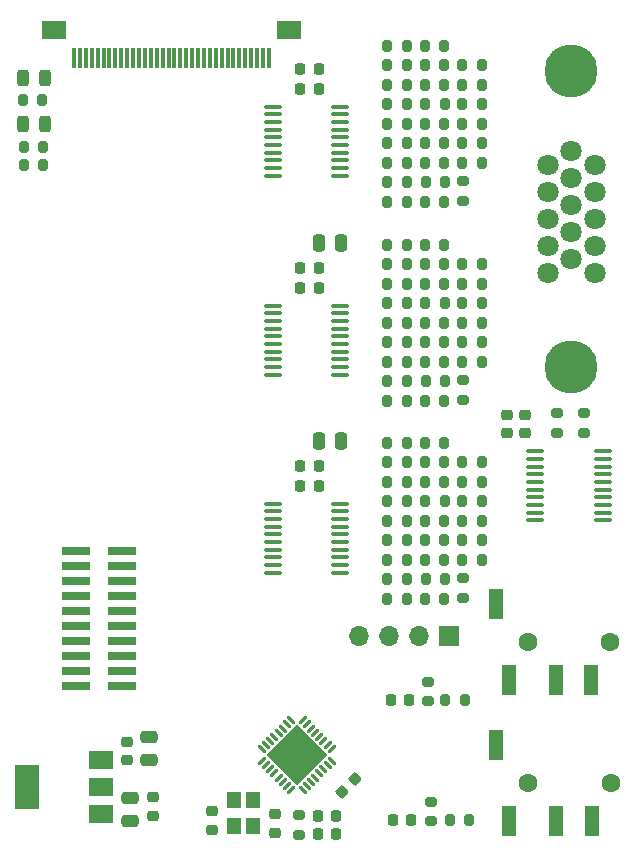
<source format=gts>
G04 #@! TF.GenerationSoftware,KiCad,Pcbnew,7.0.9-7.0.9~ubuntu22.04.1*
G04 #@! TF.CreationDate,2023-12-05T21:20:48+02:00*
G04 #@! TF.ProjectId,iCE40HX-expansion,69434534-3048-4582-9d65-7870616e7369,rev?*
G04 #@! TF.SameCoordinates,Original*
G04 #@! TF.FileFunction,Soldermask,Top*
G04 #@! TF.FilePolarity,Negative*
%FSLAX46Y46*%
G04 Gerber Fmt 4.6, Leading zero omitted, Abs format (unit mm)*
G04 Created by KiCad (PCBNEW 7.0.9-7.0.9~ubuntu22.04.1) date 2023-12-05 21:20:48*
%MOMM*%
%LPD*%
G01*
G04 APERTURE LIST*
G04 Aperture macros list*
%AMRoundRect*
0 Rectangle with rounded corners*
0 $1 Rounding radius*
0 $2 $3 $4 $5 $6 $7 $8 $9 X,Y pos of 4 corners*
0 Add a 4 corners polygon primitive as box body*
4,1,4,$2,$3,$4,$5,$6,$7,$8,$9,$2,$3,0*
0 Add four circle primitives for the rounded corners*
1,1,$1+$1,$2,$3*
1,1,$1+$1,$4,$5*
1,1,$1+$1,$6,$7*
1,1,$1+$1,$8,$9*
0 Add four rect primitives between the rounded corners*
20,1,$1+$1,$2,$3,$4,$5,0*
20,1,$1+$1,$4,$5,$6,$7,0*
20,1,$1+$1,$6,$7,$8,$9,0*
20,1,$1+$1,$8,$9,$2,$3,0*%
%AMRotRect*
0 Rectangle, with rotation*
0 The origin of the aperture is its center*
0 $1 length*
0 $2 width*
0 $3 Rotation angle, in degrees counterclockwise*
0 Add horizontal line*
21,1,$1,$2,0,0,$3*%
G04 Aperture macros list end*
%ADD10C,1.800000*%
%ADD11C,4.500000*%
%ADD12R,0.300000X1.800000*%
%ADD13R,2.000000X1.500000*%
%ADD14C,1.600000*%
%ADD15R,1.200000X2.500000*%
%ADD16RoundRect,0.225000X0.225000X0.250000X-0.225000X0.250000X-0.225000X-0.250000X0.225000X-0.250000X0*%
%ADD17RoundRect,0.100000X-0.637500X-0.100000X0.637500X-0.100000X0.637500X0.100000X-0.637500X0.100000X0*%
%ADD18RoundRect,0.200000X0.200000X0.275000X-0.200000X0.275000X-0.200000X-0.275000X0.200000X-0.275000X0*%
%ADD19RoundRect,0.200000X0.275000X-0.200000X0.275000X0.200000X-0.275000X0.200000X-0.275000X-0.200000X0*%
%ADD20RoundRect,0.200000X-0.200000X-0.275000X0.200000X-0.275000X0.200000X0.275000X-0.200000X0.275000X0*%
%ADD21RoundRect,0.243750X-0.243750X-0.456250X0.243750X-0.456250X0.243750X0.456250X-0.243750X0.456250X0*%
%ADD22RoundRect,0.200000X-0.275000X0.200000X-0.275000X-0.200000X0.275000X-0.200000X0.275000X0.200000X0*%
%ADD23RoundRect,0.225000X-0.250000X0.225000X-0.250000X-0.225000X0.250000X-0.225000X0.250000X0.225000X0*%
%ADD24RoundRect,0.225000X-0.017678X0.335876X-0.335876X0.017678X0.017678X-0.335876X0.335876X-0.017678X0*%
%ADD25RoundRect,0.225000X0.250000X-0.225000X0.250000X0.225000X-0.250000X0.225000X-0.250000X-0.225000X0*%
%ADD26RoundRect,0.225000X-0.225000X-0.250000X0.225000X-0.250000X0.225000X0.250000X-0.225000X0.250000X0*%
%ADD27R,1.200000X1.400000*%
%ADD28R,2.000000X3.800000*%
%ADD29RoundRect,0.250000X-0.250000X-0.475000X0.250000X-0.475000X0.250000X0.475000X-0.250000X0.475000X0*%
%ADD30RoundRect,0.062500X-0.309359X0.220971X0.220971X-0.309359X0.309359X-0.220971X-0.220971X0.309359X0*%
%ADD31RoundRect,0.062500X-0.309359X-0.220971X-0.220971X-0.309359X0.309359X0.220971X0.220971X0.309359X0*%
%ADD32RotRect,3.600000X3.600000X315.000000*%
%ADD33R,2.400000X0.740000*%
%ADD34RoundRect,0.250000X0.475000X-0.250000X0.475000X0.250000X-0.475000X0.250000X-0.475000X-0.250000X0*%
%ADD35R,1.700000X1.700000*%
%ADD36O,1.700000X1.700000*%
%ADD37RoundRect,0.250000X-0.475000X0.250000X-0.475000X-0.250000X0.475000X-0.250000X0.475000X0.250000X0*%
G04 APERTURE END LIST*
D10*
X149860000Y-64504000D03*
X149860000Y-66794000D03*
X149860000Y-69084000D03*
X149860000Y-71374000D03*
X149860000Y-73664000D03*
X151840000Y-63354000D03*
X151840000Y-65644000D03*
X151840000Y-67934000D03*
X151840000Y-70224000D03*
X151840000Y-72514000D03*
X153820000Y-64504000D03*
X153820000Y-66794000D03*
X153820000Y-69084000D03*
X153820000Y-71374000D03*
X153820000Y-73664000D03*
D11*
X151840000Y-81584000D03*
X151840000Y-56584000D03*
D12*
X109753000Y-55498500D03*
X110253000Y-55498500D03*
X110753000Y-55498500D03*
X111253000Y-55498500D03*
X111753000Y-55498500D03*
X112253000Y-55498500D03*
X112753000Y-55498500D03*
X113253000Y-55498500D03*
X113753000Y-55498500D03*
X114253000Y-55498500D03*
X114753000Y-55498500D03*
X115253000Y-55498500D03*
X115753000Y-55498500D03*
X116253000Y-55498500D03*
X116753000Y-55498500D03*
X117253000Y-55498500D03*
X117753000Y-55498500D03*
X118253000Y-55498500D03*
X118753000Y-55498500D03*
X119253000Y-55498500D03*
X119753000Y-55498500D03*
X120253000Y-55498500D03*
X120753000Y-55498500D03*
X121253000Y-55498500D03*
X121753000Y-55498500D03*
X122253000Y-55498500D03*
X122753000Y-55498500D03*
X123253000Y-55498500D03*
X123753000Y-55498500D03*
X124253000Y-55498500D03*
X124753000Y-55498500D03*
X125253000Y-55498500D03*
X125753000Y-55498500D03*
X126253000Y-55498500D03*
D13*
X127953000Y-53058500D03*
X108053000Y-53058500D03*
D14*
X148158000Y-104902000D03*
X155158000Y-104902000D03*
D15*
X150558000Y-108152000D03*
X153558000Y-108152000D03*
X145458000Y-101652000D03*
X146558000Y-108152000D03*
D14*
X148194000Y-116840000D03*
X155194000Y-116840000D03*
D15*
X150594000Y-120090000D03*
X153594000Y-120090000D03*
X145494000Y-113590000D03*
X146594000Y-120090000D03*
D16*
X130457299Y-58068401D03*
X128907299Y-58068401D03*
D17*
X126565800Y-93203600D03*
X126565800Y-93853600D03*
X126565800Y-94503600D03*
X126565800Y-95153600D03*
X126565800Y-95803600D03*
X126565800Y-96453600D03*
X126565800Y-97103600D03*
X126565800Y-97753600D03*
X126565800Y-98403600D03*
X126565800Y-99053600D03*
X132290800Y-99053600D03*
X132290800Y-98403600D03*
X132290800Y-97753600D03*
X132290800Y-97103600D03*
X132290800Y-96453600D03*
X132290800Y-95803600D03*
X132290800Y-95153600D03*
X132290800Y-94503600D03*
X132290800Y-93853600D03*
X132290800Y-93203600D03*
D18*
X144281801Y-96290199D03*
X142631801Y-96290199D03*
D19*
X139954000Y-120078000D03*
X139954000Y-118428000D03*
D20*
X139456800Y-77875200D03*
X141106800Y-77875200D03*
X136281800Y-91337200D03*
X137931800Y-91337200D03*
X139456801Y-96290199D03*
X141106801Y-96290199D03*
D18*
X144281800Y-89686199D03*
X142631800Y-89686199D03*
D20*
X136281800Y-57722001D03*
X137931800Y-57722001D03*
D16*
X130457299Y-73268599D03*
X128907299Y-73268599D03*
D20*
X136281799Y-89686200D03*
X137931799Y-89686200D03*
D21*
X105437700Y-61061600D03*
X107312700Y-61061600D03*
D20*
X139456800Y-57722001D03*
X141106800Y-57722001D03*
X136281799Y-71271199D03*
X137931799Y-71271199D03*
X136281800Y-67628000D03*
X137931800Y-67628000D03*
X139456800Y-81177200D03*
X141106800Y-81177200D03*
X136281800Y-94639200D03*
X137931800Y-94639200D03*
X139456800Y-64326001D03*
X141106800Y-64326001D03*
D17*
X126565800Y-59588401D03*
X126565800Y-60238401D03*
X126565800Y-60888401D03*
X126565800Y-61538401D03*
X126565800Y-62188401D03*
X126565800Y-62838401D03*
X126565800Y-63488401D03*
X126565800Y-64138401D03*
X126565800Y-64788401D03*
X126565800Y-65438401D03*
X132290800Y-65438401D03*
X132290800Y-64788401D03*
X132290800Y-64138401D03*
X132290800Y-63488401D03*
X132290800Y-62838401D03*
X132290800Y-62188401D03*
X132290800Y-61538401D03*
X132290800Y-60888401D03*
X132290800Y-60238401D03*
X132290800Y-59588401D03*
X148775500Y-88769000D03*
X148775500Y-89419000D03*
X148775500Y-90069000D03*
X148775500Y-90719000D03*
X148775500Y-91369000D03*
X148775500Y-92019000D03*
X148775500Y-92669000D03*
X148775500Y-93319000D03*
X148775500Y-93969000D03*
X148775500Y-94619000D03*
X154500500Y-94619000D03*
X154500500Y-93969000D03*
X154500500Y-93319000D03*
X154500500Y-92669000D03*
X154500500Y-92019000D03*
X154500500Y-91369000D03*
X154500500Y-90719000D03*
X154500500Y-90069000D03*
X154500500Y-89419000D03*
X154500500Y-88769000D03*
D20*
X139456800Y-71271198D03*
X141106800Y-71271198D03*
D18*
X144281800Y-77875200D03*
X142631800Y-77875200D03*
D20*
X136281800Y-97941200D03*
X137931800Y-97941200D03*
X136281799Y-72922200D03*
X137931799Y-72922200D03*
D18*
X143192000Y-120015000D03*
X141542000Y-120015000D03*
D20*
X139456800Y-56071000D03*
X141106800Y-56071000D03*
D16*
X131966000Y-121158000D03*
X130416000Y-121158000D03*
D22*
X128778000Y-119571000D03*
X128778000Y-121221000D03*
D16*
X130457299Y-90032599D03*
X128907299Y-90032599D03*
D20*
X136281800Y-74573200D03*
X137931800Y-74573200D03*
X136281801Y-96290199D03*
X137931801Y-96290199D03*
X139456800Y-67628000D03*
X141106800Y-67628000D03*
D23*
X116408200Y-118071600D03*
X116408200Y-119621600D03*
D20*
X136281800Y-64326001D03*
X137931800Y-64326001D03*
X136281800Y-76224199D03*
X137931800Y-76224199D03*
D18*
X144281800Y-97941200D03*
X142631800Y-97941200D03*
X107124000Y-62992000D03*
X105474000Y-62992000D03*
X144281800Y-94639200D03*
X142631800Y-94639200D03*
D16*
X130457299Y-74919600D03*
X128907299Y-74919600D03*
D20*
X139470000Y-76224199D03*
X141120000Y-76224199D03*
D24*
X133517008Y-116545992D03*
X132420992Y-117642008D03*
D25*
X114223801Y-114907400D03*
X114223801Y-113357400D03*
D26*
X136766000Y-120015000D03*
X138316000Y-120015000D03*
D19*
X142694800Y-84415198D03*
X142694800Y-82765198D03*
D17*
X126565800Y-76439600D03*
X126565800Y-77089600D03*
X126565800Y-77739600D03*
X126565800Y-78389600D03*
X126565800Y-79039600D03*
X126565800Y-79689600D03*
X126565800Y-80339600D03*
X126565800Y-80989600D03*
X126565800Y-81639600D03*
X126565800Y-82289600D03*
X132290800Y-82289600D03*
X132290800Y-81639600D03*
X132290800Y-80989600D03*
X132290800Y-80339600D03*
X132290800Y-79689600D03*
X132290800Y-79039600D03*
X132290800Y-78389600D03*
X132290800Y-77739600D03*
X132290800Y-77089600D03*
X132290800Y-76439600D03*
D18*
X144281800Y-76224199D03*
X142631800Y-76224199D03*
D27*
X123279000Y-118280000D03*
X123279000Y-120480000D03*
X124879000Y-120480000D03*
X124879000Y-118280000D03*
D20*
X139456801Y-62675000D03*
X141106801Y-62675000D03*
D13*
X112065200Y-119495600D03*
X112065200Y-117195600D03*
D28*
X105765200Y-117195600D03*
D13*
X112065200Y-114895600D03*
D20*
X139520800Y-99592198D03*
X141170800Y-99592198D03*
D18*
X144281800Y-92988199D03*
X142631800Y-92988199D03*
X144281800Y-81177200D03*
X142631800Y-81177200D03*
X142836400Y-109829600D03*
X141186400Y-109829600D03*
D29*
X130484801Y-87909400D03*
X132384801Y-87909400D03*
D26*
X136600600Y-109829600D03*
X138150600Y-109829600D03*
D20*
X139456800Y-89686199D03*
X141106800Y-89686199D03*
X139456800Y-84479199D03*
X141106800Y-84479199D03*
X139520800Y-65976999D03*
X141170800Y-65976999D03*
D25*
X147955000Y-87211200D03*
X147955000Y-85661200D03*
D20*
X139470000Y-59373000D03*
X141120000Y-59373000D03*
X139456800Y-61024001D03*
X141106800Y-61024001D03*
X139456800Y-94639200D03*
X141106800Y-94639200D03*
X136281799Y-54420000D03*
X137931799Y-54420000D03*
X139456800Y-91337200D03*
X141106800Y-91337200D03*
D30*
X128125320Y-111526000D03*
X127771767Y-111879554D03*
X127418213Y-112233107D03*
X127064660Y-112586661D03*
X126711107Y-112940214D03*
X126357553Y-113293767D03*
X126004000Y-113647321D03*
X125650446Y-114000874D03*
D31*
X125650446Y-114973146D03*
X126004000Y-115326699D03*
X126357553Y-115680253D03*
X126711107Y-116033806D03*
X127064660Y-116387359D03*
X127418213Y-116740913D03*
X127771767Y-117094466D03*
X128125320Y-117448020D03*
D30*
X129097592Y-117448020D03*
X129451145Y-117094466D03*
X129804699Y-116740913D03*
X130158252Y-116387359D03*
X130511805Y-116033806D03*
X130865359Y-115680253D03*
X131218912Y-115326699D03*
X131572466Y-114973146D03*
D31*
X131572466Y-114000874D03*
X131218912Y-113647321D03*
X130865359Y-113293767D03*
X130511805Y-112940214D03*
X130158252Y-112586661D03*
X129804699Y-112233107D03*
X129451145Y-111879554D03*
X129097592Y-111526000D03*
D32*
X128611456Y-114487010D03*
D25*
X146384800Y-87198200D03*
X146384800Y-85648200D03*
D18*
X144281800Y-74573200D03*
X142631800Y-74573200D03*
D20*
X136281800Y-59373000D03*
X137931800Y-59373000D03*
X136281800Y-61024001D03*
X137931800Y-61024001D03*
X139456800Y-97941200D03*
X141106800Y-97941200D03*
X136281799Y-56071001D03*
X137931799Y-56071001D03*
X136281800Y-81177200D03*
X137931800Y-81177200D03*
D23*
X121412000Y-119240000D03*
X121412000Y-120790000D03*
D33*
X109937000Y-97205800D03*
X113837000Y-97205800D03*
X109937000Y-98475800D03*
X113837000Y-98475800D03*
X109937000Y-99745800D03*
X113837000Y-99745800D03*
X109937000Y-101015800D03*
X113837000Y-101015800D03*
X109937000Y-102285800D03*
X113837000Y-102285800D03*
X109937000Y-103555800D03*
X113837000Y-103555800D03*
X109937000Y-104825800D03*
X113837000Y-104825800D03*
X109937000Y-106095800D03*
X113837000Y-106095800D03*
X109937000Y-107365800D03*
X113837000Y-107365800D03*
X109937000Y-108635800D03*
X113837000Y-108635800D03*
D21*
X105435400Y-57150000D03*
X107310400Y-57150000D03*
D18*
X144281801Y-62675000D03*
X142631801Y-62675000D03*
X144281800Y-57722001D03*
X142631800Y-57722001D03*
X144281800Y-72922199D03*
X142631800Y-72922199D03*
D25*
X126746000Y-121044000D03*
X126746000Y-119494000D03*
D20*
X136281800Y-84479199D03*
X137931800Y-84479199D03*
X139456800Y-74573200D03*
X141106800Y-74573200D03*
D16*
X130457299Y-56417400D03*
X128907299Y-56417400D03*
D20*
X136281800Y-77875200D03*
X137931800Y-77875200D03*
X139470000Y-92988199D03*
X141120000Y-92988199D03*
D19*
X139700000Y-109918000D03*
X139700000Y-108268000D03*
D18*
X144281800Y-61024001D03*
X142631800Y-61024001D03*
D34*
X116128800Y-114894400D03*
X116128800Y-112994400D03*
D20*
X136281800Y-82828198D03*
X137931800Y-82828198D03*
X136281799Y-88035199D03*
X137931799Y-88035199D03*
D16*
X131966000Y-119634000D03*
X130416000Y-119634000D03*
D35*
X141468000Y-104394000D03*
D36*
X138928000Y-104394000D03*
X136388000Y-104394000D03*
X133848000Y-104394000D03*
D20*
X136281801Y-79526199D03*
X137931801Y-79526199D03*
X139456800Y-54419999D03*
X141106800Y-54419999D03*
D18*
X144281801Y-79526199D03*
X142631801Y-79526199D03*
D19*
X142694800Y-67563999D03*
X142694800Y-65913999D03*
D20*
X136281800Y-99592198D03*
X137931800Y-99592198D03*
D18*
X107073200Y-59055000D03*
X105423200Y-59055000D03*
X144281800Y-64326001D03*
X142631800Y-64326001D03*
D29*
X130469600Y-71094600D03*
X132369600Y-71094600D03*
D20*
X136281800Y-92988199D03*
X137931800Y-92988199D03*
D18*
X107124000Y-64516000D03*
X105474000Y-64516000D03*
D19*
X142694800Y-101179198D03*
X142694800Y-99529198D03*
D37*
X114503200Y-118150600D03*
X114503200Y-120050600D03*
D20*
X139456801Y-79526199D03*
X141106801Y-79526199D03*
X139456800Y-72922199D03*
X141106800Y-72922199D03*
X136281800Y-101243199D03*
X137931800Y-101243199D03*
X136281800Y-65976999D03*
X137931800Y-65976999D03*
D16*
X130457299Y-91683600D03*
X128907299Y-91683600D03*
D18*
X144281800Y-59373000D03*
X142631800Y-59373000D03*
D19*
X152908000Y-87185000D03*
X152908000Y-85535000D03*
D20*
X139456800Y-88035198D03*
X141106800Y-88035198D03*
D19*
X150622000Y-87185000D03*
X150622000Y-85535000D03*
D18*
X144281800Y-91337200D03*
X142631800Y-91337200D03*
D20*
X139456800Y-101243199D03*
X141106800Y-101243199D03*
D18*
X144281800Y-56071000D03*
X142631800Y-56071000D03*
D20*
X136281801Y-62675000D03*
X137931801Y-62675000D03*
X139520800Y-82828198D03*
X141170800Y-82828198D03*
M02*

</source>
